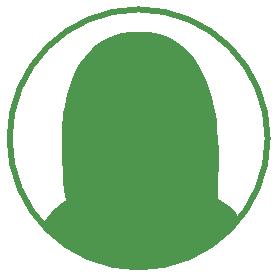
<source format=gbr>
%TF.GenerationSoftware,KiCad,Pcbnew,6.0.2*%
%TF.CreationDate,2022-03-01T20:49:21+01:00*%
%TF.ProjectId,raketenpinguin,72616b65-7465-46e7-9069-6e6775696e2e,rev?*%
%TF.SameCoordinates,Original*%
%TF.FileFunction,Copper,L1,Top*%
%TF.FilePolarity,Positive*%
%FSLAX46Y46*%
G04 Gerber Fmt 4.6, Leading zero omitted, Abs format (unit mm)*
G04 Created by KiCad (PCBNEW 6.0.2) date 2022-03-01 20:49:21*
%MOMM*%
%LPD*%
G01*
G04 APERTURE LIST*
%TA.AperFunction,NonConductor*%
%ADD10C,0.500000*%
%TD*%
%TA.AperFunction,NonConductor*%
%ADD11C,0.126504*%
%TD*%
%TA.AperFunction,NonConductor*%
%ADD12C,0.200000*%
%TD*%
G04 APERTURE END LIST*
D10*
X90023484Y-57260000D02*
G75*
G03*
X90023484Y-57260000I-10926742J0D01*
G01*
D11*
X80058218Y-66301112D02*
X80229241Y-66117581D01*
X80229241Y-66117581D02*
X80428766Y-65883591D01*
X80428766Y-65883591D02*
X80892070Y-65295268D01*
X80892070Y-65295268D02*
X81405630Y-64598216D01*
X81405630Y-64598216D02*
X81926945Y-63854505D01*
X81926945Y-63854505D02*
X82413515Y-63126205D01*
X82413515Y-63126205D02*
X82822839Y-62475387D01*
X82822839Y-62475387D02*
X82985254Y-62198432D01*
X82985254Y-62198432D02*
X83112419Y-61964123D01*
X83112419Y-61964123D02*
X83199022Y-61780221D01*
X83199022Y-61780221D02*
X83239752Y-61654483D01*
X83239752Y-61654483D02*
X83253599Y-61565162D01*
X83253599Y-61565162D02*
X83264125Y-61479019D01*
X83264125Y-61479019D02*
X83271281Y-61396001D01*
X83271281Y-61396001D02*
X83275018Y-61316056D01*
X83275018Y-61316056D02*
X83275284Y-61239130D01*
X83275284Y-61239130D02*
X83272032Y-61165171D01*
X83272032Y-61165171D02*
X83265212Y-61094127D01*
X83265212Y-61094127D02*
X83254773Y-61025943D01*
X83254773Y-61025943D02*
X83240667Y-60960569D01*
X83240667Y-60960569D02*
X83222843Y-60897950D01*
X83222843Y-60897950D02*
X83201253Y-60838034D01*
X83201253Y-60838034D02*
X83175847Y-60780769D01*
X83175847Y-60780769D02*
X83146575Y-60726101D01*
X83146575Y-60726101D02*
X83113387Y-60673978D01*
X83113387Y-60673978D02*
X83076235Y-60624346D01*
X83076235Y-60624346D02*
X83035069Y-60577154D01*
X83035069Y-60577154D02*
X82989838Y-60532349D01*
X82989838Y-60532349D02*
X82940494Y-60489877D01*
X82940494Y-60489877D02*
X82886987Y-60449686D01*
X82886987Y-60449686D02*
X82829267Y-60411723D01*
X82829267Y-60411723D02*
X82767285Y-60375935D01*
X82767285Y-60375935D02*
X82700992Y-60342270D01*
X82700992Y-60342270D02*
X82630337Y-60310675D01*
X82630337Y-60310675D02*
X82555271Y-60281096D01*
X82555271Y-60281096D02*
X82475746Y-60253482D01*
X82475746Y-60253482D02*
X82391710Y-60227780D01*
X82391710Y-60227780D02*
X82303115Y-60203936D01*
X82303115Y-60203936D02*
X82209911Y-60181898D01*
X82209911Y-60181898D02*
X82009478Y-60143030D01*
X82009478Y-60143030D02*
X81790014Y-60110751D01*
X81790014Y-60110751D02*
X81710469Y-60099231D01*
X81710469Y-60099231D02*
X81624717Y-60084188D01*
X81624717Y-60084188D02*
X81437812Y-60044504D01*
X81437812Y-60044504D02*
X81235726Y-59993634D01*
X81235726Y-59993634D02*
X81024891Y-59933513D01*
X81024891Y-59933513D02*
X80811734Y-59866074D01*
X80811734Y-59866074D02*
X80602686Y-59793253D01*
X80602686Y-59793253D02*
X80404175Y-59716984D01*
X80404175Y-59716984D02*
X80222631Y-59639201D01*
X80222631Y-59639201D02*
X80039226Y-59557085D01*
X80039226Y-59557085D02*
X79872058Y-59485988D01*
X79872058Y-59485988D02*
X79718880Y-59425932D01*
X79718880Y-59425932D02*
X79577445Y-59376935D01*
X79577445Y-59376935D02*
X79445507Y-59339017D01*
X79445507Y-59339017D02*
X79320819Y-59312197D01*
X79320819Y-59312197D02*
X79260492Y-59302955D01*
X79260492Y-59302955D02*
X79201135Y-59296495D01*
X79201135Y-59296495D02*
X79142467Y-59292819D01*
X79142467Y-59292819D02*
X79084208Y-59291930D01*
X79084208Y-59291930D02*
X79026076Y-59293831D01*
X79026076Y-59293831D02*
X78967791Y-59298523D01*
X78967791Y-59298523D02*
X78909071Y-59306009D01*
X78909071Y-59306009D02*
X78849637Y-59316291D01*
X78849637Y-59316291D02*
X78727501Y-59345256D01*
X78727501Y-59345256D02*
X78599135Y-59385436D01*
X78599135Y-59385436D02*
X78462294Y-59436852D01*
X78462294Y-59436852D02*
X78314729Y-59499521D01*
X78314729Y-59499521D02*
X78154195Y-59573465D01*
X78154195Y-59573465D02*
X77978445Y-59658702D01*
X77978445Y-59658702D02*
X77811474Y-59738276D01*
X77811474Y-59738276D02*
X77636997Y-59816224D01*
X77636997Y-59816224D02*
X77460169Y-59890572D01*
X77460169Y-59890572D02*
X77286148Y-59959351D01*
X77286148Y-59959351D02*
X77120090Y-60020588D01*
X77120090Y-60020588D02*
X76967151Y-60072313D01*
X76967151Y-60072313D02*
X76832489Y-60112553D01*
X76832489Y-60112553D02*
X76721258Y-60139339D01*
X76721258Y-60139339D02*
X76526424Y-60184110D01*
X76526424Y-60184110D02*
X76343826Y-60238488D01*
X76343826Y-60238488D02*
X76173789Y-60302105D01*
X76173789Y-60302105D02*
X76093581Y-60337263D01*
X76093581Y-60337263D02*
X76016635Y-60374594D01*
X76016635Y-60374594D02*
X75942991Y-60414050D01*
X75942991Y-60414050D02*
X75872690Y-60455587D01*
X75872690Y-60455587D02*
X75805772Y-60499158D01*
X75805772Y-60499158D02*
X75742277Y-60544717D01*
X75742277Y-60544717D02*
X75682247Y-60592219D01*
X75682247Y-60592219D02*
X75625721Y-60641617D01*
X75625721Y-60641617D02*
X75572741Y-60692866D01*
X75572741Y-60692866D02*
X75523346Y-60745919D01*
X75523346Y-60745919D02*
X75477577Y-60800731D01*
X75477577Y-60800731D02*
X75435475Y-60857256D01*
X75435475Y-60857256D02*
X75397081Y-60915448D01*
X75397081Y-60915448D02*
X75362434Y-60975260D01*
X75362434Y-60975260D02*
X75331575Y-61036647D01*
X75331575Y-61036647D02*
X75304546Y-61099564D01*
X75304546Y-61099564D02*
X75281385Y-61163964D01*
X75281385Y-61163964D02*
X75262134Y-61229800D01*
X75262134Y-61229800D02*
X75246834Y-61297028D01*
X75246834Y-61297028D02*
X75235524Y-61365602D01*
X75235524Y-61365602D02*
X75228246Y-61435475D01*
X75228246Y-61435475D02*
X75225040Y-61506601D01*
X75225040Y-61506601D02*
X75225946Y-61578935D01*
X75225946Y-61578935D02*
X75231005Y-61652430D01*
X75231005Y-61652430D02*
X75240258Y-61727041D01*
X75240258Y-61727041D02*
X75253744Y-61802722D01*
X75253744Y-61802722D02*
X75267209Y-61852751D01*
X75267209Y-61852751D02*
X75289671Y-61916460D01*
X75289671Y-61916460D02*
X75320613Y-61992876D01*
X75320613Y-61992876D02*
X75359520Y-62081026D01*
X75359520Y-62081026D02*
X75459169Y-62288637D01*
X75459169Y-62288637D02*
X75584490Y-62531511D01*
X75584490Y-62531511D02*
X75731359Y-62801867D01*
X75731359Y-62801867D02*
X75895650Y-63091922D01*
X75895650Y-63091922D02*
X76073239Y-63393893D01*
X76073239Y-63393893D02*
X76260000Y-63700000D01*
X76260000Y-63700000D02*
X77030359Y-64944677D01*
X77030359Y-64944677D02*
X77589117Y-65856624D01*
X77589117Y-65856624D02*
X77661164Y-65972592D01*
X77661164Y-65972592D02*
X77733098Y-66081894D01*
X77733098Y-66081894D02*
X77804964Y-66184540D01*
X77804964Y-66184540D02*
X77876806Y-66280536D01*
X77876806Y-66280536D02*
X77948669Y-66369890D01*
X77948669Y-66369890D02*
X78020595Y-66452611D01*
X78020595Y-66452611D02*
X78092631Y-66528707D01*
X78092631Y-66528707D02*
X78164819Y-66598185D01*
X78164819Y-66598185D02*
X78237204Y-66661053D01*
X78237204Y-66661053D02*
X78309831Y-66717320D01*
X78309831Y-66717320D02*
X78382744Y-66766994D01*
X78382744Y-66766994D02*
X78455986Y-66810081D01*
X78455986Y-66810081D02*
X78529603Y-66846591D01*
X78529603Y-66846591D02*
X78603638Y-66876531D01*
X78603638Y-66876531D02*
X78678135Y-66899909D01*
X78678135Y-66899909D02*
X78753139Y-66916734D01*
X78753139Y-66916734D02*
X78828695Y-66927012D01*
X78828695Y-66927012D02*
X78904845Y-66930753D01*
X78904845Y-66930753D02*
X78981636Y-66927964D01*
X78981636Y-66927964D02*
X79059110Y-66918652D01*
X79059110Y-66918652D02*
X79137312Y-66902827D01*
X79137312Y-66902827D02*
X79216286Y-66880495D01*
X79216286Y-66880495D02*
X79296076Y-66851666D01*
X79296076Y-66851666D02*
X79376728Y-66816346D01*
X79376728Y-66816346D02*
X79458284Y-66774544D01*
X79458284Y-66774544D02*
X79540790Y-66726268D01*
X79540790Y-66726268D02*
X79624289Y-66671525D01*
X79624289Y-66671525D02*
X79708825Y-66610324D01*
X79708825Y-66610324D02*
X79794444Y-66542673D01*
X79794444Y-66542673D02*
X79881189Y-66468580D01*
X79881189Y-66468580D02*
X79969104Y-66388052D01*
X79969104Y-66388052D02*
X80058233Y-66301097D01*
X80058233Y-66301097D02*
X80058218Y-66301112D01*
X80058218Y-66301112D02*
X80058218Y-66301112D01*
G36*
X79881189Y-66468580D02*
G01*
X79794444Y-66542673D01*
X79708825Y-66610324D01*
X79624289Y-66671525D01*
X79540790Y-66726268D01*
X79458284Y-66774544D01*
X79376728Y-66816346D01*
X79296076Y-66851666D01*
X79216286Y-66880495D01*
X79137312Y-66902827D01*
X79059110Y-66918652D01*
X78981636Y-66927964D01*
X78904845Y-66930753D01*
X78828695Y-66927012D01*
X78753139Y-66916734D01*
X78678135Y-66899909D01*
X78603638Y-66876531D01*
X78529603Y-66846591D01*
X78455986Y-66810081D01*
X78382744Y-66766994D01*
X78309831Y-66717320D01*
X78237204Y-66661053D01*
X78164819Y-66598185D01*
X78092631Y-66528707D01*
X78020595Y-66452611D01*
X77948669Y-66369890D01*
X77876806Y-66280536D01*
X77804964Y-66184540D01*
X77733098Y-66081894D01*
X77661164Y-65972592D01*
X77589117Y-65856624D01*
X77030359Y-64944677D01*
X76260000Y-63700000D01*
X76073239Y-63393893D01*
X75895650Y-63091922D01*
X75731359Y-62801867D01*
X75584490Y-62531511D01*
X75459169Y-62288637D01*
X75359520Y-62081026D01*
X75320613Y-61992876D01*
X75289671Y-61916460D01*
X75267209Y-61852751D01*
X75253744Y-61802722D01*
X75240258Y-61727041D01*
X75231005Y-61652430D01*
X75225946Y-61578935D01*
X75225040Y-61506601D01*
X75228246Y-61435475D01*
X75235524Y-61365602D01*
X75246834Y-61297028D01*
X75262134Y-61229800D01*
X75281385Y-61163964D01*
X75304546Y-61099564D01*
X75331575Y-61036647D01*
X75362434Y-60975260D01*
X75397081Y-60915448D01*
X75435475Y-60857256D01*
X75477577Y-60800731D01*
X75523346Y-60745919D01*
X75572741Y-60692866D01*
X75625721Y-60641617D01*
X75682247Y-60592219D01*
X75742277Y-60544717D01*
X75805772Y-60499158D01*
X75872690Y-60455587D01*
X75942991Y-60414050D01*
X76016635Y-60374594D01*
X76093581Y-60337263D01*
X76173789Y-60302105D01*
X76343826Y-60238488D01*
X76526424Y-60184110D01*
X76721258Y-60139339D01*
X76832489Y-60112553D01*
X76967151Y-60072313D01*
X77120090Y-60020588D01*
X77286148Y-59959351D01*
X77460169Y-59890572D01*
X77636997Y-59816224D01*
X77811474Y-59738276D01*
X77978445Y-59658702D01*
X78154195Y-59573465D01*
X78314729Y-59499521D01*
X78462294Y-59436852D01*
X78599135Y-59385436D01*
X78727501Y-59345256D01*
X78849637Y-59316291D01*
X78909071Y-59306009D01*
X78967791Y-59298523D01*
X79026076Y-59293831D01*
X79084208Y-59291930D01*
X79142467Y-59292819D01*
X79201135Y-59296495D01*
X79260492Y-59302955D01*
X79320819Y-59312197D01*
X79445507Y-59339017D01*
X79577445Y-59376935D01*
X79718880Y-59425932D01*
X79872058Y-59485988D01*
X80039226Y-59557085D01*
X80222631Y-59639201D01*
X80404175Y-59716984D01*
X80602686Y-59793253D01*
X80811734Y-59866074D01*
X81024891Y-59933513D01*
X81235726Y-59993634D01*
X81437812Y-60044504D01*
X81624717Y-60084188D01*
X81710469Y-60099231D01*
X81790014Y-60110751D01*
X82009478Y-60143030D01*
X82209911Y-60181898D01*
X82303115Y-60203936D01*
X82391710Y-60227780D01*
X82475746Y-60253482D01*
X82555271Y-60281096D01*
X82630337Y-60310675D01*
X82700992Y-60342270D01*
X82767285Y-60375935D01*
X82829267Y-60411723D01*
X82886987Y-60449686D01*
X82940494Y-60489877D01*
X82989838Y-60532349D01*
X83035069Y-60577154D01*
X83076235Y-60624346D01*
X83113387Y-60673978D01*
X83146575Y-60726101D01*
X83175847Y-60780769D01*
X83201253Y-60838034D01*
X83222843Y-60897950D01*
X83240667Y-60960569D01*
X83254773Y-61025943D01*
X83265212Y-61094127D01*
X83272032Y-61165171D01*
X83275284Y-61239130D01*
X83275018Y-61316056D01*
X83271281Y-61396001D01*
X83264125Y-61479019D01*
X83253599Y-61565162D01*
X83239752Y-61654483D01*
X83199022Y-61780221D01*
X83112419Y-61964123D01*
X82985254Y-62198432D01*
X82822839Y-62475387D01*
X82413515Y-63126205D01*
X81926945Y-63854505D01*
X81405630Y-64598216D01*
X80892070Y-65295268D01*
X80428766Y-65883591D01*
X80229241Y-66117581D01*
X80058218Y-66301112D01*
X79969104Y-66388052D01*
X79881189Y-66468580D01*
G37*
X79881189Y-66468580D02*
X79794444Y-66542673D01*
X79708825Y-66610324D01*
X79624289Y-66671525D01*
X79540790Y-66726268D01*
X79458284Y-66774544D01*
X79376728Y-66816346D01*
X79296076Y-66851666D01*
X79216286Y-66880495D01*
X79137312Y-66902827D01*
X79059110Y-66918652D01*
X78981636Y-66927964D01*
X78904845Y-66930753D01*
X78828695Y-66927012D01*
X78753139Y-66916734D01*
X78678135Y-66899909D01*
X78603638Y-66876531D01*
X78529603Y-66846591D01*
X78455986Y-66810081D01*
X78382744Y-66766994D01*
X78309831Y-66717320D01*
X78237204Y-66661053D01*
X78164819Y-66598185D01*
X78092631Y-66528707D01*
X78020595Y-66452611D01*
X77948669Y-66369890D01*
X77876806Y-66280536D01*
X77804964Y-66184540D01*
X77733098Y-66081894D01*
X77661164Y-65972592D01*
X77589117Y-65856624D01*
X77030359Y-64944677D01*
X76260000Y-63700000D01*
X76073239Y-63393893D01*
X75895650Y-63091922D01*
X75731359Y-62801867D01*
X75584490Y-62531511D01*
X75459169Y-62288637D01*
X75359520Y-62081026D01*
X75320613Y-61992876D01*
X75289671Y-61916460D01*
X75267209Y-61852751D01*
X75253744Y-61802722D01*
X75240258Y-61727041D01*
X75231005Y-61652430D01*
X75225946Y-61578935D01*
X75225040Y-61506601D01*
X75228246Y-61435475D01*
X75235524Y-61365602D01*
X75246834Y-61297028D01*
X75262134Y-61229800D01*
X75281385Y-61163964D01*
X75304546Y-61099564D01*
X75331575Y-61036647D01*
X75362434Y-60975260D01*
X75397081Y-60915448D01*
X75435475Y-60857256D01*
X75477577Y-60800731D01*
X75523346Y-60745919D01*
X75572741Y-60692866D01*
X75625721Y-60641617D01*
X75682247Y-60592219D01*
X75742277Y-60544717D01*
X75805772Y-60499158D01*
X75872690Y-60455587D01*
X75942991Y-60414050D01*
X76016635Y-60374594D01*
X76093581Y-60337263D01*
X76173789Y-60302105D01*
X76343826Y-60238488D01*
X76526424Y-60184110D01*
X76721258Y-60139339D01*
X76832489Y-60112553D01*
X76967151Y-60072313D01*
X77120090Y-60020588D01*
X77286148Y-59959351D01*
X77460169Y-59890572D01*
X77636997Y-59816224D01*
X77811474Y-59738276D01*
X77978445Y-59658702D01*
X78154195Y-59573465D01*
X78314729Y-59499521D01*
X78462294Y-59436852D01*
X78599135Y-59385436D01*
X78727501Y-59345256D01*
X78849637Y-59316291D01*
X78909071Y-59306009D01*
X78967791Y-59298523D01*
X79026076Y-59293831D01*
X79084208Y-59291930D01*
X79142467Y-59292819D01*
X79201135Y-59296495D01*
X79260492Y-59302955D01*
X79320819Y-59312197D01*
X79445507Y-59339017D01*
X79577445Y-59376935D01*
X79718880Y-59425932D01*
X79872058Y-59485988D01*
X80039226Y-59557085D01*
X80222631Y-59639201D01*
X80404175Y-59716984D01*
X80602686Y-59793253D01*
X80811734Y-59866074D01*
X81024891Y-59933513D01*
X81235726Y-59993634D01*
X81437812Y-60044504D01*
X81624717Y-60084188D01*
X81710469Y-60099231D01*
X81790014Y-60110751D01*
X82009478Y-60143030D01*
X82209911Y-60181898D01*
X82303115Y-60203936D01*
X82391710Y-60227780D01*
X82475746Y-60253482D01*
X82555271Y-60281096D01*
X82630337Y-60310675D01*
X82700992Y-60342270D01*
X82767285Y-60375935D01*
X82829267Y-60411723D01*
X82886987Y-60449686D01*
X82940494Y-60489877D01*
X82989838Y-60532349D01*
X83035069Y-60577154D01*
X83076235Y-60624346D01*
X83113387Y-60673978D01*
X83146575Y-60726101D01*
X83175847Y-60780769D01*
X83201253Y-60838034D01*
X83222843Y-60897950D01*
X83240667Y-60960569D01*
X83254773Y-61025943D01*
X83265212Y-61094127D01*
X83272032Y-61165171D01*
X83275284Y-61239130D01*
X83275018Y-61316056D01*
X83271281Y-61396001D01*
X83264125Y-61479019D01*
X83253599Y-61565162D01*
X83239752Y-61654483D01*
X83199022Y-61780221D01*
X83112419Y-61964123D01*
X82985254Y-62198432D01*
X82822839Y-62475387D01*
X82413515Y-63126205D01*
X81926945Y-63854505D01*
X81405630Y-64598216D01*
X80892070Y-65295268D01*
X80428766Y-65883591D01*
X80229241Y-66117581D01*
X80058218Y-66301112D01*
X79969104Y-66388052D01*
X79881189Y-66468580D01*
D12*
X80000000Y-48360000D02*
X80840000Y-48490000D01*
X80840000Y-48490000D02*
X81560000Y-48740000D01*
X81560000Y-48740000D02*
X82210000Y-49090000D01*
X82210000Y-49090000D02*
X82880000Y-49580000D01*
X82880000Y-49580000D02*
X83680000Y-50450000D01*
X83680000Y-50450000D02*
X84250000Y-51340000D01*
X84250000Y-51340000D02*
X84740000Y-52340000D01*
X84740000Y-52340000D02*
X84990000Y-53060000D01*
X84990000Y-53060000D02*
X85210000Y-53820000D01*
X85210000Y-53820000D02*
X85400000Y-54580000D01*
X85400000Y-54580000D02*
X85530000Y-55310000D01*
X85530000Y-55310000D02*
X85620000Y-55830000D01*
X85620000Y-55830000D02*
X85690000Y-56520000D01*
X85690000Y-56520000D02*
X85760000Y-57410000D01*
X85760000Y-57410000D02*
X85790000Y-58360000D01*
X85790000Y-58360000D02*
X85790000Y-59490000D01*
X85790000Y-59490000D02*
X85740000Y-60770000D01*
X85740000Y-60770000D02*
X85720000Y-61690000D01*
X85720000Y-61690000D02*
X85710000Y-62240000D01*
X85710000Y-62240000D02*
X85760000Y-62410000D01*
X85760000Y-62410000D02*
X86340000Y-62790000D01*
X86340000Y-62790000D02*
X86850000Y-63190000D01*
X86850000Y-63190000D02*
X87220000Y-63560000D01*
X87220000Y-63560000D02*
X87440000Y-63940000D01*
X87440000Y-63940000D02*
X86740000Y-64730000D01*
X86740000Y-64730000D02*
X86100000Y-65340000D01*
X86100000Y-65340000D02*
X85090000Y-66110000D01*
X85090000Y-66110000D02*
X83710000Y-66950000D01*
X83710000Y-66950000D02*
X82110000Y-67660000D01*
X82110000Y-67660000D02*
X80540000Y-68060000D01*
X80540000Y-68060000D02*
X78410000Y-68130000D01*
X78410000Y-68130000D02*
X76330000Y-67760000D01*
X76330000Y-67760000D02*
X74940000Y-67310000D01*
X74940000Y-67310000D02*
X73590000Y-66400000D01*
X73590000Y-66400000D02*
X72860000Y-65940000D01*
X72860000Y-65940000D02*
X71970000Y-65250000D01*
X71970000Y-65250000D02*
X71140000Y-64480000D01*
X71140000Y-64480000D02*
X71160000Y-64430000D01*
X71160000Y-64430000D02*
X71490000Y-63890000D01*
X71490000Y-63890000D02*
X71920000Y-63430000D01*
X71920000Y-63430000D02*
X72560000Y-62890000D01*
X72560000Y-62890000D02*
X73030000Y-62540000D01*
X73030000Y-62540000D02*
X72890000Y-61640000D01*
X72890000Y-61640000D02*
X72810000Y-60870000D01*
X72810000Y-60870000D02*
X72740000Y-60080000D01*
X72740000Y-60080000D02*
X72690000Y-59070000D01*
X72690000Y-59070000D02*
X72670000Y-58080000D01*
X72670000Y-58080000D02*
X72670000Y-57610000D01*
X72670000Y-57610000D02*
X72680000Y-57080000D01*
X72680000Y-57080000D02*
X72700000Y-56520000D01*
X72700000Y-56520000D02*
X72720000Y-56080000D01*
X72720000Y-56080000D02*
X72770000Y-55510000D01*
X72770000Y-55510000D02*
X72820000Y-55080000D01*
X72820000Y-55080000D02*
X72920000Y-54480000D01*
X72920000Y-54480000D02*
X73000000Y-54090000D01*
X73000000Y-54090000D02*
X73130000Y-53520000D01*
X73130000Y-53520000D02*
X73260000Y-53080000D01*
X73260000Y-53080000D02*
X73490000Y-52490000D01*
X73490000Y-52490000D02*
X73630000Y-52100000D01*
X73630000Y-52100000D02*
X73820000Y-51670000D01*
X73820000Y-51670000D02*
X74260000Y-50890000D01*
X74260000Y-50890000D02*
X74860000Y-50100000D01*
X74860000Y-50100000D02*
X75430000Y-49540000D01*
X75430000Y-49540000D02*
X76160000Y-49030000D01*
X76160000Y-49030000D02*
X76900000Y-48680000D01*
X76900000Y-48680000D02*
X77690000Y-48440000D01*
X77690000Y-48440000D02*
X78400000Y-48340000D01*
X78400000Y-48340000D02*
X79140000Y-48310000D01*
X79140000Y-48310000D02*
X80000000Y-48360000D01*
G36*
X80000000Y-48360000D02*
G01*
X80840000Y-48490000D01*
X81560000Y-48740000D01*
X82210000Y-49090000D01*
X82880000Y-49580000D01*
X83680000Y-50450000D01*
X84250000Y-51340000D01*
X84740000Y-52340000D01*
X84990000Y-53060000D01*
X85210000Y-53820000D01*
X85400000Y-54580000D01*
X85530000Y-55310000D01*
X85620000Y-55830000D01*
X85690000Y-56520000D01*
X85760000Y-57410000D01*
X85790000Y-58360000D01*
X85790000Y-59490000D01*
X85740000Y-60770000D01*
X85720000Y-61690000D01*
X85710000Y-62240000D01*
X85760000Y-62410000D01*
X86340000Y-62790000D01*
X86850000Y-63190000D01*
X87220000Y-63560000D01*
X87440000Y-63940000D01*
X86740000Y-64730000D01*
X86100000Y-65340000D01*
X85090000Y-66110000D01*
X83710000Y-66950000D01*
X82110000Y-67660000D01*
X80540000Y-68060000D01*
X78410000Y-68130000D01*
X76330000Y-67760000D01*
X74940000Y-67310000D01*
X73590000Y-66400000D01*
X72860000Y-65940000D01*
X71970000Y-65250000D01*
X71140000Y-64480000D01*
X71160000Y-64430000D01*
X71490000Y-63890000D01*
X71920000Y-63430000D01*
X72560000Y-62890000D01*
X73030000Y-62540000D01*
X72890000Y-61640000D01*
X72810000Y-60870000D01*
X72740000Y-60080000D01*
X72690000Y-59070000D01*
X72670000Y-58080000D01*
X72670000Y-57610000D01*
X72680000Y-57080000D01*
X72700000Y-56520000D01*
X72720000Y-56080000D01*
X72770000Y-55510000D01*
X72820000Y-55080000D01*
X72920000Y-54480000D01*
X73000000Y-54090000D01*
X73130000Y-53520000D01*
X73260000Y-53080000D01*
X73490000Y-52490000D01*
X73630000Y-52100000D01*
X73820000Y-51670000D01*
X74260000Y-50890000D01*
X74860000Y-50100000D01*
X75430000Y-49540000D01*
X76160000Y-49030000D01*
X76900000Y-48680000D01*
X77690000Y-48440000D01*
X78400000Y-48340000D01*
X79140000Y-48310000D01*
X80000000Y-48360000D01*
G37*
X80000000Y-48360000D02*
X80840000Y-48490000D01*
X81560000Y-48740000D01*
X82210000Y-49090000D01*
X82880000Y-49580000D01*
X83680000Y-50450000D01*
X84250000Y-51340000D01*
X84740000Y-52340000D01*
X84990000Y-53060000D01*
X85210000Y-53820000D01*
X85400000Y-54580000D01*
X85530000Y-55310000D01*
X85620000Y-55830000D01*
X85690000Y-56520000D01*
X85760000Y-57410000D01*
X85790000Y-58360000D01*
X85790000Y-59490000D01*
X85740000Y-60770000D01*
X85720000Y-61690000D01*
X85710000Y-62240000D01*
X85760000Y-62410000D01*
X86340000Y-62790000D01*
X86850000Y-63190000D01*
X87220000Y-63560000D01*
X87440000Y-63940000D01*
X86740000Y-64730000D01*
X86100000Y-65340000D01*
X85090000Y-66110000D01*
X83710000Y-66950000D01*
X82110000Y-67660000D01*
X80540000Y-68060000D01*
X78410000Y-68130000D01*
X76330000Y-67760000D01*
X74940000Y-67310000D01*
X73590000Y-66400000D01*
X72860000Y-65940000D01*
X71970000Y-65250000D01*
X71140000Y-64480000D01*
X71160000Y-64430000D01*
X71490000Y-63890000D01*
X71920000Y-63430000D01*
X72560000Y-62890000D01*
X73030000Y-62540000D01*
X72890000Y-61640000D01*
X72810000Y-60870000D01*
X72740000Y-60080000D01*
X72690000Y-59070000D01*
X72670000Y-58080000D01*
X72670000Y-57610000D01*
X72680000Y-57080000D01*
X72700000Y-56520000D01*
X72720000Y-56080000D01*
X72770000Y-55510000D01*
X72820000Y-55080000D01*
X72920000Y-54480000D01*
X73000000Y-54090000D01*
X73130000Y-53520000D01*
X73260000Y-53080000D01*
X73490000Y-52490000D01*
X73630000Y-52100000D01*
X73820000Y-51670000D01*
X74260000Y-50890000D01*
X74860000Y-50100000D01*
X75430000Y-49540000D01*
X76160000Y-49030000D01*
X76900000Y-48680000D01*
X77690000Y-48440000D01*
X78400000Y-48340000D01*
X79140000Y-48310000D01*
X80000000Y-48360000D01*
M02*

</source>
